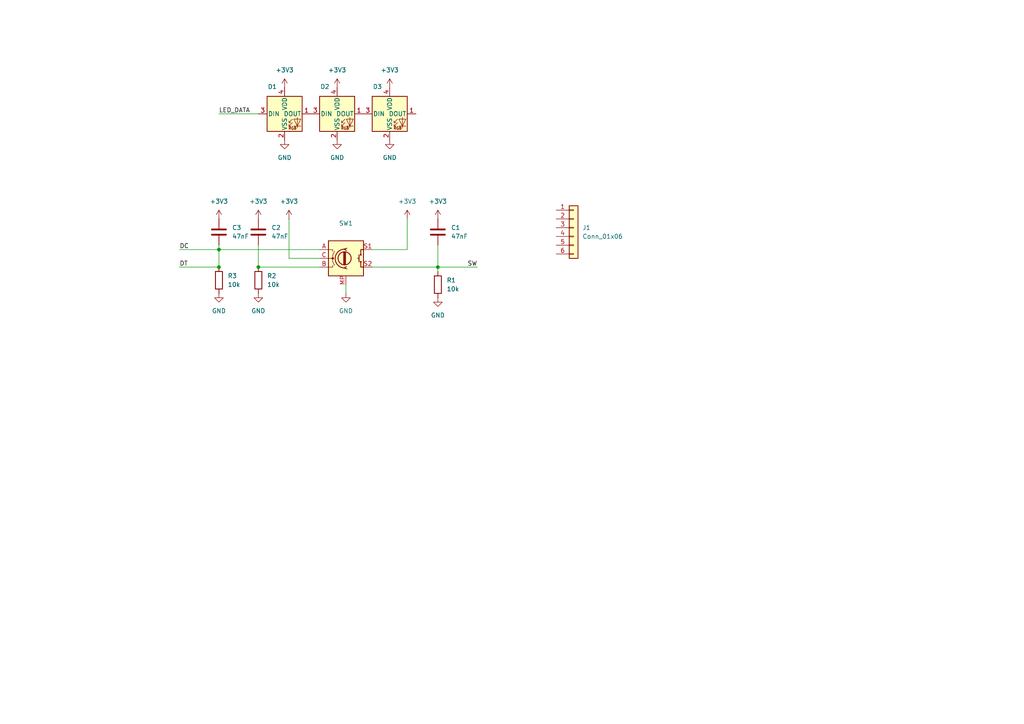
<source format=kicad_sch>
(kicad_sch
	(version 20231120)
	(generator "eeschema")
	(generator_version "8.0")
	(uuid "98bc4267-bceb-4b2b-bd66-8c5f3331895a")
	(paper "A4")
	(lib_symbols
		(symbol "Connector_Generic:Conn_01x06"
			(pin_names
				(offset 1.016) hide)
			(exclude_from_sim no)
			(in_bom yes)
			(on_board yes)
			(property "Reference" "J"
				(at 0 7.62 0)
				(effects
					(font
						(size 1.27 1.27)
					)
				)
			)
			(property "Value" "Conn_01x06"
				(at 0 -10.16 0)
				(effects
					(font
						(size 1.27 1.27)
					)
				)
			)
			(property "Footprint" ""
				(at 0 0 0)
				(effects
					(font
						(size 1.27 1.27)
					)
					(hide yes)
				)
			)
			(property "Datasheet" "~"
				(at 0 0 0)
				(effects
					(font
						(size 1.27 1.27)
					)
					(hide yes)
				)
			)
			(property "Description" "Generic connector, single row, 01x06, script generated (kicad-library-utils/schlib/autogen/connector/)"
				(at 0 0 0)
				(effects
					(font
						(size 1.27 1.27)
					)
					(hide yes)
				)
			)
			(property "ki_keywords" "connector"
				(at 0 0 0)
				(effects
					(font
						(size 1.27 1.27)
					)
					(hide yes)
				)
			)
			(property "ki_fp_filters" "Connector*:*_1x??_*"
				(at 0 0 0)
				(effects
					(font
						(size 1.27 1.27)
					)
					(hide yes)
				)
			)
			(symbol "Conn_01x06_1_1"
				(rectangle
					(start -1.27 -7.493)
					(end 0 -7.747)
					(stroke
						(width 0.1524)
						(type default)
					)
					(fill
						(type none)
					)
				)
				(rectangle
					(start -1.27 -4.953)
					(end 0 -5.207)
					(stroke
						(width 0.1524)
						(type default)
					)
					(fill
						(type none)
					)
				)
				(rectangle
					(start -1.27 -2.413)
					(end 0 -2.667)
					(stroke
						(width 0.1524)
						(type default)
					)
					(fill
						(type none)
					)
				)
				(rectangle
					(start -1.27 0.127)
					(end 0 -0.127)
					(stroke
						(width 0.1524)
						(type default)
					)
					(fill
						(type none)
					)
				)
				(rectangle
					(start -1.27 2.667)
					(end 0 2.413)
					(stroke
						(width 0.1524)
						(type default)
					)
					(fill
						(type none)
					)
				)
				(rectangle
					(start -1.27 5.207)
					(end 0 4.953)
					(stroke
						(width 0.1524)
						(type default)
					)
					(fill
						(type none)
					)
				)
				(rectangle
					(start -1.27 6.35)
					(end 1.27 -8.89)
					(stroke
						(width 0.254)
						(type default)
					)
					(fill
						(type background)
					)
				)
				(pin passive line
					(at -5.08 5.08 0)
					(length 3.81)
					(name "Pin_1"
						(effects
							(font
								(size 1.27 1.27)
							)
						)
					)
					(number "1"
						(effects
							(font
								(size 1.27 1.27)
							)
						)
					)
				)
				(pin passive line
					(at -5.08 2.54 0)
					(length 3.81)
					(name "Pin_2"
						(effects
							(font
								(size 1.27 1.27)
							)
						)
					)
					(number "2"
						(effects
							(font
								(size 1.27 1.27)
							)
						)
					)
				)
				(pin passive line
					(at -5.08 0 0)
					(length 3.81)
					(name "Pin_3"
						(effects
							(font
								(size 1.27 1.27)
							)
						)
					)
					(number "3"
						(effects
							(font
								(size 1.27 1.27)
							)
						)
					)
				)
				(pin passive line
					(at -5.08 -2.54 0)
					(length 3.81)
					(name "Pin_4"
						(effects
							(font
								(size 1.27 1.27)
							)
						)
					)
					(number "4"
						(effects
							(font
								(size 1.27 1.27)
							)
						)
					)
				)
				(pin passive line
					(at -5.08 -5.08 0)
					(length 3.81)
					(name "Pin_5"
						(effects
							(font
								(size 1.27 1.27)
							)
						)
					)
					(number "5"
						(effects
							(font
								(size 1.27 1.27)
							)
						)
					)
				)
				(pin passive line
					(at -5.08 -7.62 0)
					(length 3.81)
					(name "Pin_6"
						(effects
							(font
								(size 1.27 1.27)
							)
						)
					)
					(number "6"
						(effects
							(font
								(size 1.27 1.27)
							)
						)
					)
				)
			)
		)
		(symbol "Device:C"
			(pin_numbers hide)
			(pin_names
				(offset 0.254)
			)
			(exclude_from_sim no)
			(in_bom yes)
			(on_board yes)
			(property "Reference" "C"
				(at 0.635 2.54 0)
				(effects
					(font
						(size 1.27 1.27)
					)
					(justify left)
				)
			)
			(property "Value" "C"
				(at 0.635 -2.54 0)
				(effects
					(font
						(size 1.27 1.27)
					)
					(justify left)
				)
			)
			(property "Footprint" ""
				(at 0.9652 -3.81 0)
				(effects
					(font
						(size 1.27 1.27)
					)
					(hide yes)
				)
			)
			(property "Datasheet" "~"
				(at 0 0 0)
				(effects
					(font
						(size 1.27 1.27)
					)
					(hide yes)
				)
			)
			(property "Description" "Unpolarized capacitor"
				(at 0 0 0)
				(effects
					(font
						(size 1.27 1.27)
					)
					(hide yes)
				)
			)
			(property "ki_keywords" "cap capacitor"
				(at 0 0 0)
				(effects
					(font
						(size 1.27 1.27)
					)
					(hide yes)
				)
			)
			(property "ki_fp_filters" "C_*"
				(at 0 0 0)
				(effects
					(font
						(size 1.27 1.27)
					)
					(hide yes)
				)
			)
			(symbol "C_0_1"
				(polyline
					(pts
						(xy -2.032 -0.762) (xy 2.032 -0.762)
					)
					(stroke
						(width 0.508)
						(type default)
					)
					(fill
						(type none)
					)
				)
				(polyline
					(pts
						(xy -2.032 0.762) (xy 2.032 0.762)
					)
					(stroke
						(width 0.508)
						(type default)
					)
					(fill
						(type none)
					)
				)
			)
			(symbol "C_1_1"
				(pin passive line
					(at 0 3.81 270)
					(length 2.794)
					(name "~"
						(effects
							(font
								(size 1.27 1.27)
							)
						)
					)
					(number "1"
						(effects
							(font
								(size 1.27 1.27)
							)
						)
					)
				)
				(pin passive line
					(at 0 -3.81 90)
					(length 2.794)
					(name "~"
						(effects
							(font
								(size 1.27 1.27)
							)
						)
					)
					(number "2"
						(effects
							(font
								(size 1.27 1.27)
							)
						)
					)
				)
			)
		)
		(symbol "Device:R"
			(pin_numbers hide)
			(pin_names
				(offset 0)
			)
			(exclude_from_sim no)
			(in_bom yes)
			(on_board yes)
			(property "Reference" "R"
				(at 2.032 0 90)
				(effects
					(font
						(size 1.27 1.27)
					)
				)
			)
			(property "Value" "R"
				(at 0 0 90)
				(effects
					(font
						(size 1.27 1.27)
					)
				)
			)
			(property "Footprint" ""
				(at -1.778 0 90)
				(effects
					(font
						(size 1.27 1.27)
					)
					(hide yes)
				)
			)
			(property "Datasheet" "~"
				(at 0 0 0)
				(effects
					(font
						(size 1.27 1.27)
					)
					(hide yes)
				)
			)
			(property "Description" "Resistor"
				(at 0 0 0)
				(effects
					(font
						(size 1.27 1.27)
					)
					(hide yes)
				)
			)
			(property "ki_keywords" "R res resistor"
				(at 0 0 0)
				(effects
					(font
						(size 1.27 1.27)
					)
					(hide yes)
				)
			)
			(property "ki_fp_filters" "R_*"
				(at 0 0 0)
				(effects
					(font
						(size 1.27 1.27)
					)
					(hide yes)
				)
			)
			(symbol "R_0_1"
				(rectangle
					(start -1.016 -2.54)
					(end 1.016 2.54)
					(stroke
						(width 0.254)
						(type default)
					)
					(fill
						(type none)
					)
				)
			)
			(symbol "R_1_1"
				(pin passive line
					(at 0 3.81 270)
					(length 1.27)
					(name "~"
						(effects
							(font
								(size 1.27 1.27)
							)
						)
					)
					(number "1"
						(effects
							(font
								(size 1.27 1.27)
							)
						)
					)
				)
				(pin passive line
					(at 0 -3.81 90)
					(length 1.27)
					(name "~"
						(effects
							(font
								(size 1.27 1.27)
							)
						)
					)
					(number "2"
						(effects
							(font
								(size 1.27 1.27)
							)
						)
					)
				)
			)
		)
		(symbol "Device:RotaryEncoder_Switch_MP"
			(pin_names
				(offset 0.254) hide)
			(exclude_from_sim no)
			(in_bom yes)
			(on_board yes)
			(property "Reference" "SW"
				(at 0 8.89 0)
				(effects
					(font
						(size 1.27 1.27)
					)
				)
			)
			(property "Value" "RotaryEncoder_Switch_MP"
				(at 0 6.35 0)
				(effects
					(font
						(size 1.27 1.27)
					)
				)
			)
			(property "Footprint" ""
				(at -3.81 4.064 0)
				(effects
					(font
						(size 1.27 1.27)
					)
					(hide yes)
				)
			)
			(property "Datasheet" "~"
				(at 0 -12.7 0)
				(effects
					(font
						(size 1.27 1.27)
					)
					(hide yes)
				)
			)
			(property "Description" "Rotary encoder, dual channel, incremental quadrate outputs, with switch and MP Pin"
				(at 0 -15.24 0)
				(effects
					(font
						(size 1.27 1.27)
					)
					(hide yes)
				)
			)
			(property "ki_keywords" "rotary switch encoder switch push button"
				(at 0 0 0)
				(effects
					(font
						(size 1.27 1.27)
					)
					(hide yes)
				)
			)
			(property "ki_fp_filters" "RotaryEncoder*Switch*"
				(at 0 0 0)
				(effects
					(font
						(size 1.27 1.27)
					)
					(hide yes)
				)
			)
			(symbol "RotaryEncoder_Switch_MP_0_1"
				(rectangle
					(start -5.08 5.08)
					(end 5.08 -5.08)
					(stroke
						(width 0.254)
						(type default)
					)
					(fill
						(type background)
					)
				)
				(circle
					(center -3.81 0)
					(radius 0.254)
					(stroke
						(width 0)
						(type default)
					)
					(fill
						(type outline)
					)
				)
				(circle
					(center -0.381 0)
					(radius 1.905)
					(stroke
						(width 0.254)
						(type default)
					)
					(fill
						(type none)
					)
				)
				(arc
					(start -0.381 2.667)
					(mid -3.0988 -0.0635)
					(end -0.381 -2.794)
					(stroke
						(width 0.254)
						(type default)
					)
					(fill
						(type none)
					)
				)
				(polyline
					(pts
						(xy -0.635 -1.778) (xy -0.635 1.778)
					)
					(stroke
						(width 0.254)
						(type default)
					)
					(fill
						(type none)
					)
				)
				(polyline
					(pts
						(xy -0.381 -1.778) (xy -0.381 1.778)
					)
					(stroke
						(width 0.254)
						(type default)
					)
					(fill
						(type none)
					)
				)
				(polyline
					(pts
						(xy -0.127 1.778) (xy -0.127 -1.778)
					)
					(stroke
						(width 0.254)
						(type default)
					)
					(fill
						(type none)
					)
				)
				(polyline
					(pts
						(xy 3.81 0) (xy 3.429 0)
					)
					(stroke
						(width 0.254)
						(type default)
					)
					(fill
						(type none)
					)
				)
				(polyline
					(pts
						(xy 3.81 1.016) (xy 3.81 -1.016)
					)
					(stroke
						(width 0.254)
						(type default)
					)
					(fill
						(type none)
					)
				)
				(polyline
					(pts
						(xy -5.08 -2.54) (xy -3.81 -2.54) (xy -3.81 -2.032)
					)
					(stroke
						(width 0)
						(type default)
					)
					(fill
						(type none)
					)
				)
				(polyline
					(pts
						(xy -5.08 2.54) (xy -3.81 2.54) (xy -3.81 2.032)
					)
					(stroke
						(width 0)
						(type default)
					)
					(fill
						(type none)
					)
				)
				(polyline
					(pts
						(xy 0.254 -3.048) (xy -0.508 -2.794) (xy 0.127 -2.413)
					)
					(stroke
						(width 0.254)
						(type default)
					)
					(fill
						(type none)
					)
				)
				(polyline
					(pts
						(xy 0.254 2.921) (xy -0.508 2.667) (xy 0.127 2.286)
					)
					(stroke
						(width 0.254)
						(type default)
					)
					(fill
						(type none)
					)
				)
				(polyline
					(pts
						(xy 5.08 -2.54) (xy 4.318 -2.54) (xy 4.318 -1.016)
					)
					(stroke
						(width 0.254)
						(type default)
					)
					(fill
						(type none)
					)
				)
				(polyline
					(pts
						(xy 5.08 2.54) (xy 4.318 2.54) (xy 4.318 1.016)
					)
					(stroke
						(width 0.254)
						(type default)
					)
					(fill
						(type none)
					)
				)
				(polyline
					(pts
						(xy -5.08 0) (xy -3.81 0) (xy -3.81 -1.016) (xy -3.302 -2.032)
					)
					(stroke
						(width 0)
						(type default)
					)
					(fill
						(type none)
					)
				)
				(polyline
					(pts
						(xy -4.318 0) (xy -3.81 0) (xy -3.81 1.016) (xy -3.302 2.032)
					)
					(stroke
						(width 0)
						(type default)
					)
					(fill
						(type none)
					)
				)
				(circle
					(center 4.318 -1.016)
					(radius 0.127)
					(stroke
						(width 0.254)
						(type default)
					)
					(fill
						(type none)
					)
				)
				(circle
					(center 4.318 1.016)
					(radius 0.127)
					(stroke
						(width 0.254)
						(type default)
					)
					(fill
						(type none)
					)
				)
			)
			(symbol "RotaryEncoder_Switch_MP_1_1"
				(pin passive line
					(at -7.62 2.54 0)
					(length 2.54)
					(name "A"
						(effects
							(font
								(size 1.27 1.27)
							)
						)
					)
					(number "A"
						(effects
							(font
								(size 1.27 1.27)
							)
						)
					)
				)
				(pin passive line
					(at -7.62 -2.54 0)
					(length 2.54)
					(name "B"
						(effects
							(font
								(size 1.27 1.27)
							)
						)
					)
					(number "B"
						(effects
							(font
								(size 1.27 1.27)
							)
						)
					)
				)
				(pin passive line
					(at -7.62 0 0)
					(length 2.54)
					(name "C"
						(effects
							(font
								(size 1.27 1.27)
							)
						)
					)
					(number "C"
						(effects
							(font
								(size 1.27 1.27)
							)
						)
					)
				)
				(pin passive line
					(at 0 -7.62 90)
					(length 2.54)
					(name "MP"
						(effects
							(font
								(size 1.27 1.27)
							)
						)
					)
					(number "MP"
						(effects
							(font
								(size 1.27 1.27)
							)
						)
					)
				)
				(pin passive line
					(at 7.62 2.54 180)
					(length 2.54)
					(name "S1"
						(effects
							(font
								(size 1.27 1.27)
							)
						)
					)
					(number "S1"
						(effects
							(font
								(size 1.27 1.27)
							)
						)
					)
				)
				(pin passive line
					(at 7.62 -2.54 180)
					(length 2.54)
					(name "S2"
						(effects
							(font
								(size 1.27 1.27)
							)
						)
					)
					(number "S2"
						(effects
							(font
								(size 1.27 1.27)
							)
						)
					)
				)
			)
		)
		(symbol "LED:WS2812B-2020"
			(pin_names
				(offset 0.254)
			)
			(exclude_from_sim no)
			(in_bom yes)
			(on_board yes)
			(property "Reference" "D"
				(at 5.08 5.715 0)
				(effects
					(font
						(size 1.27 1.27)
					)
					(justify right bottom)
				)
			)
			(property "Value" "WS2812B-2020"
				(at 1.27 -5.715 0)
				(effects
					(font
						(size 1.27 1.27)
					)
					(justify left top)
				)
			)
			(property "Footprint" "LED_SMD:LED_WS2812B-2020_PLCC4_2.0x2.0mm"
				(at 1.27 -7.62 0)
				(effects
					(font
						(size 1.27 1.27)
					)
					(justify left top)
					(hide yes)
				)
			)
			(property "Datasheet" "https://cdn-shop.adafruit.com/product-files/4684/4684_WS2812B-2020_V1.3_EN.pdf"
				(at 2.54 -9.525 0)
				(effects
					(font
						(size 1.27 1.27)
					)
					(justify left top)
					(hide yes)
				)
			)
			(property "Description" "RGB LED with integrated controller, 2.0 x 2.0 mm, 12 mA"
				(at 0 0 0)
				(effects
					(font
						(size 1.27 1.27)
					)
					(hide yes)
				)
			)
			(property "ki_keywords" "RGB LED NeoPixel Nano addressable"
				(at 0 0 0)
				(effects
					(font
						(size 1.27 1.27)
					)
					(hide yes)
				)
			)
			(property "ki_fp_filters" "LED*WS2812*-2020_PLCC4*"
				(at 0 0 0)
				(effects
					(font
						(size 1.27 1.27)
					)
					(hide yes)
				)
			)
			(symbol "WS2812B-2020_0_0"
				(text "RGB"
					(at 2.286 -4.191 0)
					(effects
						(font
							(size 0.762 0.762)
						)
					)
				)
			)
			(symbol "WS2812B-2020_0_1"
				(polyline
					(pts
						(xy 1.27 -3.556) (xy 1.778 -3.556)
					)
					(stroke
						(width 0)
						(type default)
					)
					(fill
						(type none)
					)
				)
				(polyline
					(pts
						(xy 1.27 -2.54) (xy 1.778 -2.54)
					)
					(stroke
						(width 0)
						(type default)
					)
					(fill
						(type none)
					)
				)
				(polyline
					(pts
						(xy 4.699 -3.556) (xy 2.667 -3.556)
					)
					(stroke
						(width 0)
						(type default)
					)
					(fill
						(type none)
					)
				)
				(polyline
					(pts
						(xy 2.286 -2.54) (xy 1.27 -3.556) (xy 1.27 -3.048)
					)
					(stroke
						(width 0)
						(type default)
					)
					(fill
						(type none)
					)
				)
				(polyline
					(pts
						(xy 2.286 -1.524) (xy 1.27 -2.54) (xy 1.27 -2.032)
					)
					(stroke
						(width 0)
						(type default)
					)
					(fill
						(type none)
					)
				)
				(polyline
					(pts
						(xy 3.683 -1.016) (xy 3.683 -3.556) (xy 3.683 -4.064)
					)
					(stroke
						(width 0)
						(type default)
					)
					(fill
						(type none)
					)
				)
				(polyline
					(pts
						(xy 4.699 -1.524) (xy 2.667 -1.524) (xy 3.683 -3.556) (xy 4.699 -1.524)
					)
					(stroke
						(width 0)
						(type default)
					)
					(fill
						(type none)
					)
				)
				(rectangle
					(start 5.08 5.08)
					(end -5.08 -5.08)
					(stroke
						(width 0.254)
						(type default)
					)
					(fill
						(type background)
					)
				)
			)
			(symbol "WS2812B-2020_1_1"
				(pin output line
					(at 7.62 0 180)
					(length 2.54)
					(name "DOUT"
						(effects
							(font
								(size 1.27 1.27)
							)
						)
					)
					(number "1"
						(effects
							(font
								(size 1.27 1.27)
							)
						)
					)
				)
				(pin power_in line
					(at 0 -7.62 90)
					(length 2.54)
					(name "VSS"
						(effects
							(font
								(size 1.27 1.27)
							)
						)
					)
					(number "2"
						(effects
							(font
								(size 1.27 1.27)
							)
						)
					)
				)
				(pin input line
					(at -7.62 0 0)
					(length 2.54)
					(name "DIN"
						(effects
							(font
								(size 1.27 1.27)
							)
						)
					)
					(number "3"
						(effects
							(font
								(size 1.27 1.27)
							)
						)
					)
				)
				(pin power_in line
					(at 0 7.62 270)
					(length 2.54)
					(name "VDD"
						(effects
							(font
								(size 1.27 1.27)
							)
						)
					)
					(number "4"
						(effects
							(font
								(size 1.27 1.27)
							)
						)
					)
				)
			)
		)
		(symbol "power:+3V3"
			(power)
			(pin_numbers hide)
			(pin_names
				(offset 0) hide)
			(exclude_from_sim no)
			(in_bom yes)
			(on_board yes)
			(property "Reference" "#PWR"
				(at 0 -3.81 0)
				(effects
					(font
						(size 1.27 1.27)
					)
					(hide yes)
				)
			)
			(property "Value" "+3V3"
				(at 0 3.556 0)
				(effects
					(font
						(size 1.27 1.27)
					)
				)
			)
			(property "Footprint" ""
				(at 0 0 0)
				(effects
					(font
						(size 1.27 1.27)
					)
					(hide yes)
				)
			)
			(property "Datasheet" ""
				(at 0 0 0)
				(effects
					(font
						(size 1.27 1.27)
					)
					(hide yes)
				)
			)
			(property "Description" "Power symbol creates a global label with name \"+3V3\""
				(at 0 0 0)
				(effects
					(font
						(size 1.27 1.27)
					)
					(hide yes)
				)
			)
			(property "ki_keywords" "global power"
				(at 0 0 0)
				(effects
					(font
						(size 1.27 1.27)
					)
					(hide yes)
				)
			)
			(symbol "+3V3_0_1"
				(polyline
					(pts
						(xy -0.762 1.27) (xy 0 2.54)
					)
					(stroke
						(width 0)
						(type default)
					)
					(fill
						(type none)
					)
				)
				(polyline
					(pts
						(xy 0 0) (xy 0 2.54)
					)
					(stroke
						(width 0)
						(type default)
					)
					(fill
						(type none)
					)
				)
				(polyline
					(pts
						(xy 0 2.54) (xy 0.762 1.27)
					)
					(stroke
						(width 0)
						(type default)
					)
					(fill
						(type none)
					)
				)
			)
			(symbol "+3V3_1_1"
				(pin power_in line
					(at 0 0 90)
					(length 0)
					(name "~"
						(effects
							(font
								(size 1.27 1.27)
							)
						)
					)
					(number "1"
						(effects
							(font
								(size 1.27 1.27)
							)
						)
					)
				)
			)
		)
		(symbol "power:GND"
			(power)
			(pin_numbers hide)
			(pin_names
				(offset 0) hide)
			(exclude_from_sim no)
			(in_bom yes)
			(on_board yes)
			(property "Reference" "#PWR"
				(at 0 -6.35 0)
				(effects
					(font
						(size 1.27 1.27)
					)
					(hide yes)
				)
			)
			(property "Value" "GND"
				(at 0 -3.81 0)
				(effects
					(font
						(size 1.27 1.27)
					)
				)
			)
			(property "Footprint" ""
				(at 0 0 0)
				(effects
					(font
						(size 1.27 1.27)
					)
					(hide yes)
				)
			)
			(property "Datasheet" ""
				(at 0 0 0)
				(effects
					(font
						(size 1.27 1.27)
					)
					(hide yes)
				)
			)
			(property "Description" "Power symbol creates a global label with name \"GND\" , ground"
				(at 0 0 0)
				(effects
					(font
						(size 1.27 1.27)
					)
					(hide yes)
				)
			)
			(property "ki_keywords" "global power"
				(at 0 0 0)
				(effects
					(font
						(size 1.27 1.27)
					)
					(hide yes)
				)
			)
			(symbol "GND_0_1"
				(polyline
					(pts
						(xy 0 0) (xy 0 -1.27) (xy 1.27 -1.27) (xy 0 -2.54) (xy -1.27 -1.27) (xy 0 -1.27)
					)
					(stroke
						(width 0)
						(type default)
					)
					(fill
						(type none)
					)
				)
			)
			(symbol "GND_1_1"
				(pin power_in line
					(at 0 0 270)
					(length 0)
					(name "~"
						(effects
							(font
								(size 1.27 1.27)
							)
						)
					)
					(number "1"
						(effects
							(font
								(size 1.27 1.27)
							)
						)
					)
				)
			)
		)
	)
	(junction
		(at 63.5 77.47)
		(diameter 0)
		(color 0 0 0 0)
		(uuid "5a6c6af5-3e73-49df-abf5-becf31df3724")
	)
	(junction
		(at 127 77.47)
		(diameter 0)
		(color 0 0 0 0)
		(uuid "a3f324ae-5735-49a7-a5a3-0aa2916d2302")
	)
	(junction
		(at 63.5 72.39)
		(diameter 0)
		(color 0 0 0 0)
		(uuid "a89db999-d877-454e-881d-d4b71100dfc4")
	)
	(junction
		(at 74.93 77.47)
		(diameter 0)
		(color 0 0 0 0)
		(uuid "b1d7dcde-a931-4250-9e1e-15d3429e11e1")
	)
	(wire
		(pts
			(xy 138.43 77.47) (xy 127 77.47)
		)
		(stroke
			(width 0)
			(type default)
		)
		(uuid "1ae35aae-6aad-4978-9198-ccb8cbe905a3")
	)
	(wire
		(pts
			(xy 92.71 72.39) (xy 63.5 72.39)
		)
		(stroke
			(width 0)
			(type default)
		)
		(uuid "1cc3a716-27f9-45fb-9072-22fd37dea3a2")
	)
	(wire
		(pts
			(xy 74.93 77.47) (xy 74.93 71.12)
		)
		(stroke
			(width 0)
			(type default)
		)
		(uuid "2760b704-3026-45da-aec0-bcf0f69f982b")
	)
	(wire
		(pts
			(xy 63.5 72.39) (xy 63.5 77.47)
		)
		(stroke
			(width 0)
			(type default)
		)
		(uuid "2985e9db-9ae5-46e3-abc1-bb9ebb7df4bf")
	)
	(wire
		(pts
			(xy 92.71 77.47) (xy 74.93 77.47)
		)
		(stroke
			(width 0)
			(type default)
		)
		(uuid "424945c2-d9c4-455c-8f34-82ed8e93e031")
	)
	(wire
		(pts
			(xy 100.33 82.55) (xy 100.33 85.09)
		)
		(stroke
			(width 0)
			(type default)
		)
		(uuid "4b124974-7c6d-4b33-8d68-39c238188677")
	)
	(wire
		(pts
			(xy 118.11 72.39) (xy 118.11 63.5)
		)
		(stroke
			(width 0)
			(type default)
		)
		(uuid "5e385d65-6768-424e-841d-baef0618edcb")
	)
	(wire
		(pts
			(xy 92.71 74.93) (xy 83.82 74.93)
		)
		(stroke
			(width 0)
			(type default)
		)
		(uuid "6189f43b-8203-4da0-ba70-87c49d853a69")
	)
	(wire
		(pts
			(xy 127 77.47) (xy 127 78.74)
		)
		(stroke
			(width 0)
			(type default)
		)
		(uuid "794aa4a7-c73b-496d-a55d-a6ecf38cd962")
	)
	(wire
		(pts
			(xy 107.95 72.39) (xy 118.11 72.39)
		)
		(stroke
			(width 0)
			(type default)
		)
		(uuid "84143e06-9531-4adb-8995-eebc9c1f0480")
	)
	(wire
		(pts
			(xy 63.5 72.39) (xy 63.5 71.12)
		)
		(stroke
			(width 0)
			(type default)
		)
		(uuid "8d650817-9c1f-4f10-a3b8-b2e74e79cdce")
	)
	(wire
		(pts
			(xy 107.95 77.47) (xy 127 77.47)
		)
		(stroke
			(width 0)
			(type default)
		)
		(uuid "8e02d5b3-fcef-4c5b-9796-f33ab74600f9")
	)
	(wire
		(pts
			(xy 63.5 33.02) (xy 74.93 33.02)
		)
		(stroke
			(width 0)
			(type default)
		)
		(uuid "927acb29-b0c8-439c-a251-5bc494db50bf")
	)
	(wire
		(pts
			(xy 52.07 72.39) (xy 63.5 72.39)
		)
		(stroke
			(width 0)
			(type default)
		)
		(uuid "9b259ede-f999-4ba6-a426-02bd30ff0b0a")
	)
	(wire
		(pts
			(xy 127 77.47) (xy 127 71.12)
		)
		(stroke
			(width 0)
			(type default)
		)
		(uuid "c3505f67-dcde-4450-abba-d7a338f963e4")
	)
	(wire
		(pts
			(xy 52.07 77.47) (xy 63.5 77.47)
		)
		(stroke
			(width 0)
			(type default)
		)
		(uuid "e5d32f40-62fd-49b8-8ccc-8c91a69634a1")
	)
	(wire
		(pts
			(xy 83.82 74.93) (xy 83.82 63.5)
		)
		(stroke
			(width 0)
			(type default)
		)
		(uuid "f2e3cf18-ef25-42b4-98a2-7f9dfb1eba3b")
	)
	(label "DC"
		(at 52.07 72.39 0)
		(fields_autoplaced yes)
		(effects
			(font
				(size 1.27 1.27)
			)
			(justify left bottom)
		)
		(uuid "03cc599e-dce5-43ac-b0b5-435f7050df08")
	)
	(label "DT"
		(at 52.07 77.47 0)
		(fields_autoplaced yes)
		(effects
			(font
				(size 1.27 1.27)
			)
			(justify left bottom)
		)
		(uuid "0ea31696-2792-423a-9713-afa42b3ba8ae")
	)
	(label "SW"
		(at 138.43 77.47 180)
		(fields_autoplaced yes)
		(effects
			(font
				(size 1.27 1.27)
			)
			(justify right bottom)
		)
		(uuid "8e1897b0-223b-40f9-bbb2-2fdb3f9cd887")
	)
	(label "LED_DATA"
		(at 63.5 33.02 0)
		(fields_autoplaced yes)
		(effects
			(font
				(size 1.27 1.27)
			)
			(justify left bottom)
		)
		(uuid "c1e64f09-d388-4e41-9cc1-1e5e37c81540")
	)
	(symbol
		(lib_id "Device:C")
		(at 74.93 67.31 0)
		(unit 1)
		(exclude_from_sim no)
		(in_bom yes)
		(on_board yes)
		(dnp no)
		(fields_autoplaced yes)
		(uuid "00c8e64d-14ef-40c2-8ddd-19aea97b1fa9")
		(property "Reference" "C2"
			(at 78.74 66.0399 0)
			(effects
				(font
					(size 1.27 1.27)
				)
				(justify left)
			)
		)
		(property "Value" "47nF"
			(at 78.74 68.5799 0)
			(effects
				(font
					(size 1.27 1.27)
				)
				(justify left)
			)
		)
		(property "Footprint" "Capacitor_SMD:C_0603_1608Metric_Pad1.08x0.95mm_HandSolder"
			(at 75.8952 71.12 0)
			(effects
				(font
					(size 1.27 1.27)
				)
				(hide yes)
			)
		)
		(property "Datasheet" "~"
			(at 74.93 67.31 0)
			(effects
				(font
					(size 1.27 1.27)
				)
				(hide yes)
			)
		)
		(property "Description" "Unpolarized capacitor"
			(at 74.93 67.31 0)
			(effects
				(font
					(size 1.27 1.27)
				)
				(hide yes)
			)
		)
		(pin "1"
			(uuid "9554e6a7-ac58-4343-8f46-286945407884")
		)
		(pin "2"
			(uuid "56014cfc-dbf0-4814-a0db-45749346a0b4")
		)
		(instances
			(project "kyb_termostat"
				(path "/98bc4267-bceb-4b2b-bd66-8c5f3331895a"
					(reference "C2")
					(unit 1)
				)
			)
		)
	)
	(symbol
		(lib_id "Device:R")
		(at 74.93 81.28 0)
		(unit 1)
		(exclude_from_sim no)
		(in_bom yes)
		(on_board yes)
		(dnp no)
		(fields_autoplaced yes)
		(uuid "09253f93-3b48-4857-9403-9b7e0089ba4b")
		(property "Reference" "R2"
			(at 77.47 80.0099 0)
			(effects
				(font
					(size 1.27 1.27)
				)
				(justify left)
			)
		)
		(property "Value" "10k"
			(at 77.47 82.5499 0)
			(effects
				(font
					(size 1.27 1.27)
				)
				(justify left)
			)
		)
		(property "Footprint" "Resistor_SMD:R_0603_1608Metric_Pad0.98x0.95mm_HandSolder"
			(at 73.152 81.28 90)
			(effects
				(font
					(size 1.27 1.27)
				)
				(hide yes)
			)
		)
		(property "Datasheet" "~"
			(at 74.93 81.28 0)
			(effects
				(font
					(size 1.27 1.27)
				)
				(hide yes)
			)
		)
		(property "Description" "Resistor"
			(at 74.93 81.28 0)
			(effects
				(font
					(size 1.27 1.27)
				)
				(hide yes)
			)
		)
		(pin "2"
			(uuid "dea5e292-058d-425e-bafb-f83df9031240")
		)
		(pin "1"
			(uuid "d8eeefbd-d4f7-4e4d-a87a-c1d491f14b9a")
		)
		(instances
			(project "kyb_termostat"
				(path "/98bc4267-bceb-4b2b-bd66-8c5f3331895a"
					(reference "R2")
					(unit 1)
				)
			)
		)
	)
	(symbol
		(lib_id "Device:R")
		(at 63.5 81.28 0)
		(unit 1)
		(exclude_from_sim no)
		(in_bom yes)
		(on_board yes)
		(dnp no)
		(fields_autoplaced yes)
		(uuid "18f4a0de-27ff-4d62-ae81-dda7d14c344e")
		(property "Reference" "R3"
			(at 66.04 80.0099 0)
			(effects
				(font
					(size 1.27 1.27)
				)
				(justify left)
			)
		)
		(property "Value" "10k"
			(at 66.04 82.5499 0)
			(effects
				(font
					(size 1.27 1.27)
				)
				(justify left)
			)
		)
		(property "Footprint" "Resistor_SMD:R_0603_1608Metric_Pad0.98x0.95mm_HandSolder"
			(at 61.722 81.28 90)
			(effects
				(font
					(size 1.27 1.27)
				)
				(hide yes)
			)
		)
		(property "Datasheet" "~"
			(at 63.5 81.28 0)
			(effects
				(font
					(size 1.27 1.27)
				)
				(hide yes)
			)
		)
		(property "Description" "Resistor"
			(at 63.5 81.28 0)
			(effects
				(font
					(size 1.27 1.27)
				)
				(hide yes)
			)
		)
		(pin "2"
			(uuid "71c322e1-889e-4832-a353-eba5da0d3223")
		)
		(pin "1"
			(uuid "4a4b515e-9758-400d-b53c-4ba477ab2fc0")
		)
		(instances
			(project "kyb_termostat"
				(path "/98bc4267-bceb-4b2b-bd66-8c5f3331895a"
					(reference "R3")
					(unit 1)
				)
			)
		)
	)
	(symbol
		(lib_id "power:+3V3")
		(at 127 63.5 0)
		(unit 1)
		(exclude_from_sim no)
		(in_bom yes)
		(on_board yes)
		(dnp no)
		(fields_autoplaced yes)
		(uuid "2597cc27-cf82-4b47-8777-331734d92430")
		(property "Reference" "#PWR09"
			(at 127 67.31 0)
			(effects
				(font
					(size 1.27 1.27)
				)
				(hide yes)
			)
		)
		(property "Value" "+3V3"
			(at 127 58.42 0)
			(effects
				(font
					(size 1.27 1.27)
				)
			)
		)
		(property "Footprint" ""
			(at 127 63.5 0)
			(effects
				(font
					(size 1.27 1.27)
				)
				(hide yes)
			)
		)
		(property "Datasheet" ""
			(at 127 63.5 0)
			(effects
				(font
					(size 1.27 1.27)
				)
				(hide yes)
			)
		)
		(property "Description" "Power symbol creates a global label with name \"+3V3\""
			(at 127 63.5 0)
			(effects
				(font
					(size 1.27 1.27)
				)
				(hide yes)
			)
		)
		(pin "1"
			(uuid "907c868e-b261-4e7d-8af9-2a620258c247")
		)
		(instances
			(project "kyb_termostat"
				(path "/98bc4267-bceb-4b2b-bd66-8c5f3331895a"
					(reference "#PWR09")
					(unit 1)
				)
			)
		)
	)
	(symbol
		(lib_id "power:+3V3")
		(at 82.55 25.4 0)
		(unit 1)
		(exclude_from_sim no)
		(in_bom yes)
		(on_board yes)
		(dnp no)
		(fields_autoplaced yes)
		(uuid "2dbd50cd-eed4-4a74-9768-61a519f591ff")
		(property "Reference" "#PWR04"
			(at 82.55 29.21 0)
			(effects
				(font
					(size 1.27 1.27)
				)
				(hide yes)
			)
		)
		(property "Value" "+3V3"
			(at 82.55 20.32 0)
			(effects
				(font
					(size 1.27 1.27)
				)
			)
		)
		(property "Footprint" ""
			(at 82.55 25.4 0)
			(effects
				(font
					(size 1.27 1.27)
				)
				(hide yes)
			)
		)
		(property "Datasheet" ""
			(at 82.55 25.4 0)
			(effects
				(font
					(size 1.27 1.27)
				)
				(hide yes)
			)
		)
		(property "Description" "Power symbol creates a global label with name \"+3V3\""
			(at 82.55 25.4 0)
			(effects
				(font
					(size 1.27 1.27)
				)
				(hide yes)
			)
		)
		(pin "1"
			(uuid "2d3c8420-cc7f-491e-a230-d9f538f90d90")
		)
		(instances
			(project ""
				(path "/98bc4267-bceb-4b2b-bd66-8c5f3331895a"
					(reference "#PWR04")
					(unit 1)
				)
			)
		)
	)
	(symbol
		(lib_id "power:+3V3")
		(at 113.03 25.4 0)
		(unit 1)
		(exclude_from_sim no)
		(in_bom yes)
		(on_board yes)
		(dnp no)
		(fields_autoplaced yes)
		(uuid "2fd0ea1e-c71c-40fa-a235-ac71658333df")
		(property "Reference" "#PWR05"
			(at 113.03 29.21 0)
			(effects
				(font
					(size 1.27 1.27)
				)
				(hide yes)
			)
		)
		(property "Value" "+3V3"
			(at 113.03 20.32 0)
			(effects
				(font
					(size 1.27 1.27)
				)
			)
		)
		(property "Footprint" ""
			(at 113.03 25.4 0)
			(effects
				(font
					(size 1.27 1.27)
				)
				(hide yes)
			)
		)
		(property "Datasheet" ""
			(at 113.03 25.4 0)
			(effects
				(font
					(size 1.27 1.27)
				)
				(hide yes)
			)
		)
		(property "Description" "Power symbol creates a global label with name \"+3V3\""
			(at 113.03 25.4 0)
			(effects
				(font
					(size 1.27 1.27)
				)
				(hide yes)
			)
		)
		(pin "1"
			(uuid "ff03643e-a257-461c-8fcb-334235263807")
		)
		(instances
			(project "kyb_termostat"
				(path "/98bc4267-bceb-4b2b-bd66-8c5f3331895a"
					(reference "#PWR05")
					(unit 1)
				)
			)
		)
	)
	(symbol
		(lib_id "power:+3V3")
		(at 97.79 25.4 0)
		(unit 1)
		(exclude_from_sim no)
		(in_bom yes)
		(on_board yes)
		(dnp no)
		(fields_autoplaced yes)
		(uuid "3674a38b-d633-4172-ae7c-a5606117b361")
		(property "Reference" "#PWR06"
			(at 97.79 29.21 0)
			(effects
				(font
					(size 1.27 1.27)
				)
				(hide yes)
			)
		)
		(property "Value" "+3V3"
			(at 97.79 20.32 0)
			(effects
				(font
					(size 1.27 1.27)
				)
			)
		)
		(property "Footprint" ""
			(at 97.79 25.4 0)
			(effects
				(font
					(size 1.27 1.27)
				)
				(hide yes)
			)
		)
		(property "Datasheet" ""
			(at 97.79 25.4 0)
			(effects
				(font
					(size 1.27 1.27)
				)
				(hide yes)
			)
		)
		(property "Description" "Power symbol creates a global label with name \"+3V3\""
			(at 97.79 25.4 0)
			(effects
				(font
					(size 1.27 1.27)
				)
				(hide yes)
			)
		)
		(pin "1"
			(uuid "879b9fd1-4179-4308-9614-53c5aa05fd8d")
		)
		(instances
			(project "kyb_termostat"
				(path "/98bc4267-bceb-4b2b-bd66-8c5f3331895a"
					(reference "#PWR06")
					(unit 1)
				)
			)
		)
	)
	(symbol
		(lib_id "power:GND")
		(at 100.33 85.09 0)
		(unit 1)
		(exclude_from_sim no)
		(in_bom yes)
		(on_board yes)
		(dnp no)
		(fields_autoplaced yes)
		(uuid "3a72a73b-5d46-48d2-8055-e5800b23a2e8")
		(property "Reference" "#PWR015"
			(at 100.33 91.44 0)
			(effects
				(font
					(size 1.27 1.27)
				)
				(hide yes)
			)
		)
		(property "Value" "GND"
			(at 100.33 90.17 0)
			(effects
				(font
					(size 1.27 1.27)
				)
			)
		)
		(property "Footprint" ""
			(at 100.33 85.09 0)
			(effects
				(font
					(size 1.27 1.27)
				)
				(hide yes)
			)
		)
		(property "Datasheet" ""
			(at 100.33 85.09 0)
			(effects
				(font
					(size 1.27 1.27)
				)
				(hide yes)
			)
		)
		(property "Description" "Power symbol creates a global label with name \"GND\" , ground"
			(at 100.33 85.09 0)
			(effects
				(font
					(size 1.27 1.27)
				)
				(hide yes)
			)
		)
		(pin "1"
			(uuid "916f886f-78ad-4831-939d-720d0dfd63b1")
		)
		(instances
			(project "kyb_termostat"
				(path "/98bc4267-bceb-4b2b-bd66-8c5f3331895a"
					(reference "#PWR015")
					(unit 1)
				)
			)
		)
	)
	(symbol
		(lib_id "power:GND")
		(at 127 86.36 0)
		(unit 1)
		(exclude_from_sim no)
		(in_bom yes)
		(on_board yes)
		(dnp no)
		(fields_autoplaced yes)
		(uuid "3e6220bd-6d65-4476-9ab2-c46049f7aeff")
		(property "Reference" "#PWR010"
			(at 127 92.71 0)
			(effects
				(font
					(size 1.27 1.27)
				)
				(hide yes)
			)
		)
		(property "Value" "GND"
			(at 127 91.44 0)
			(effects
				(font
					(size 1.27 1.27)
				)
			)
		)
		(property "Footprint" ""
			(at 127 86.36 0)
			(effects
				(font
					(size 1.27 1.27)
				)
				(hide yes)
			)
		)
		(property "Datasheet" ""
			(at 127 86.36 0)
			(effects
				(font
					(size 1.27 1.27)
				)
				(hide yes)
			)
		)
		(property "Description" "Power symbol creates a global label with name \"GND\" , ground"
			(at 127 86.36 0)
			(effects
				(font
					(size 1.27 1.27)
				)
				(hide yes)
			)
		)
		(pin "1"
			(uuid "7f45a250-52a2-449b-a351-3cf0cee7e425")
		)
		(instances
			(project "kyb_termostat"
				(path "/98bc4267-bceb-4b2b-bd66-8c5f3331895a"
					(reference "#PWR010")
					(unit 1)
				)
			)
		)
	)
	(symbol
		(lib_id "Device:RotaryEncoder_Switch_MP")
		(at 100.33 74.93 0)
		(unit 1)
		(exclude_from_sim no)
		(in_bom yes)
		(on_board yes)
		(dnp no)
		(fields_autoplaced yes)
		(uuid "4455b728-294c-4835-8005-e995ae25b9af")
		(property "Reference" "SW1"
			(at 100.33 64.77 0)
			(effects
				(font
					(size 1.27 1.27)
				)
			)
		)
		(property "Value" "RotaryEncoder_Switch_MP"
			(at 100.33 67.31 0)
			(effects
				(font
					(size 1.27 1.27)
				)
				(hide yes)
			)
		)
		(property "Footprint" "Rotary_Encoder:RotaryEncoder_Alps_EC11E-Switch_Vertical_H20mm_CircularMountingHoles"
			(at 96.52 70.866 0)
			(effects
				(font
					(size 1.27 1.27)
				)
				(hide yes)
			)
		)
		(property "Datasheet" "~"
			(at 100.33 87.63 0)
			(effects
				(font
					(size 1.27 1.27)
				)
				(hide yes)
			)
		)
		(property "Description" "Rotary encoder, dual channel, incremental quadrate outputs, with switch and MP Pin"
			(at 100.33 90.17 0)
			(effects
				(font
					(size 1.27 1.27)
				)
				(hide yes)
			)
		)
		(pin "S1"
			(uuid "05060a4e-b587-4821-80f4-21ff9400107e")
		)
		(pin "S2"
			(uuid "2bb609cf-8d45-4bf0-b4d4-34cb0ed56318")
		)
		(pin "MP"
			(uuid "49f33111-c9b1-4e49-94ff-3936ee2909f1")
		)
		(pin "A"
			(uuid "cc4ca2bb-e8da-478e-86b8-05e0cf0f9f7d")
		)
		(pin "C"
			(uuid "bee67971-14c9-43d9-b72f-5716683f722e")
		)
		(pin "B"
			(uuid "ec4ae231-dfe7-4959-b503-969899426d36")
		)
		(instances
			(project ""
				(path "/98bc4267-bceb-4b2b-bd66-8c5f3331895a"
					(reference "SW1")
					(unit 1)
				)
			)
		)
	)
	(symbol
		(lib_id "Device:C")
		(at 63.5 67.31 0)
		(unit 1)
		(exclude_from_sim no)
		(in_bom yes)
		(on_board yes)
		(dnp no)
		(fields_autoplaced yes)
		(uuid "59544784-7f91-4d81-aa91-2973d2d62d55")
		(property "Reference" "C3"
			(at 67.31 66.0399 0)
			(effects
				(font
					(size 1.27 1.27)
				)
				(justify left)
			)
		)
		(property "Value" "47nF"
			(at 67.31 68.5799 0)
			(effects
				(font
					(size 1.27 1.27)
				)
				(justify left)
			)
		)
		(property "Footprint" "Capacitor_SMD:C_0603_1608Metric_Pad1.08x0.95mm_HandSolder"
			(at 64.4652 71.12 0)
			(effects
				(font
					(size 1.27 1.27)
				)
				(hide yes)
			)
		)
		(property "Datasheet" "~"
			(at 63.5 67.31 0)
			(effects
				(font
					(size 1.27 1.27)
				)
				(hide yes)
			)
		)
		(property "Description" "Unpolarized capacitor"
			(at 63.5 67.31 0)
			(effects
				(font
					(size 1.27 1.27)
				)
				(hide yes)
			)
		)
		(pin "1"
			(uuid "cbe55c58-a155-4159-b4ac-4fc118fcb88c")
		)
		(pin "2"
			(uuid "1917066f-14ff-4951-b083-1078d59ebfdd")
		)
		(instances
			(project "kyb_termostat"
				(path "/98bc4267-bceb-4b2b-bd66-8c5f3331895a"
					(reference "C3")
					(unit 1)
				)
			)
		)
	)
	(symbol
		(lib_id "power:+3V3")
		(at 74.93 63.5 0)
		(unit 1)
		(exclude_from_sim no)
		(in_bom yes)
		(on_board yes)
		(dnp no)
		(fields_autoplaced yes)
		(uuid "5d7b295d-5909-4ec0-9603-6672eec0db39")
		(property "Reference" "#PWR011"
			(at 74.93 67.31 0)
			(effects
				(font
					(size 1.27 1.27)
				)
				(hide yes)
			)
		)
		(property "Value" "+3V3"
			(at 74.93 58.42 0)
			(effects
				(font
					(size 1.27 1.27)
				)
			)
		)
		(property "Footprint" ""
			(at 74.93 63.5 0)
			(effects
				(font
					(size 1.27 1.27)
				)
				(hide yes)
			)
		)
		(property "Datasheet" ""
			(at 74.93 63.5 0)
			(effects
				(font
					(size 1.27 1.27)
				)
				(hide yes)
			)
		)
		(property "Description" "Power symbol creates a global label with name \"+3V3\""
			(at 74.93 63.5 0)
			(effects
				(font
					(size 1.27 1.27)
				)
				(hide yes)
			)
		)
		(pin "1"
			(uuid "5b8cd4ad-732c-48e7-aede-34b10653c234")
		)
		(instances
			(project "kyb_termostat"
				(path "/98bc4267-bceb-4b2b-bd66-8c5f3331895a"
					(reference "#PWR011")
					(unit 1)
				)
			)
		)
	)
	(symbol
		(lib_id "LED:WS2812B-2020")
		(at 82.55 33.02 0)
		(unit 1)
		(exclude_from_sim no)
		(in_bom yes)
		(on_board yes)
		(dnp no)
		(uuid "660bfe59-4d04-4004-ae40-75741c75b14d")
		(property "Reference" "D1"
			(at 78.994 25.146 0)
			(effects
				(font
					(size 1.27 1.27)
				)
			)
		)
		(property "Value" "WS2812B-2020"
			(at 96.52 29.2414 0)
			(effects
				(font
					(size 1.27 1.27)
				)
				(hide yes)
			)
		)
		(property "Footprint" "LED_SMD:LED_WS2812B-2020_PLCC4_2.0x2.0mm"
			(at 83.82 40.64 0)
			(effects
				(font
					(size 1.27 1.27)
				)
				(justify left top)
				(hide yes)
			)
		)
		(property "Datasheet" "https://cdn-shop.adafruit.com/product-files/4684/4684_WS2812B-2020_V1.3_EN.pdf"
			(at 85.09 42.545 0)
			(effects
				(font
					(size 1.27 1.27)
				)
				(justify left top)
				(hide yes)
			)
		)
		(property "Description" "RGB LED with integrated controller, 2.0 x 2.0 mm, 12 mA"
			(at 82.55 33.02 0)
			(effects
				(font
					(size 1.27 1.27)
				)
				(hide yes)
			)
		)
		(pin "1"
			(uuid "f5ec76ab-780c-4f2b-af3c-ed8bf13b5ad3")
		)
		(pin "2"
			(uuid "62d8cf08-332d-4526-9826-23edac68bd2a")
		)
		(pin "4"
			(uuid "f37cae5f-ac4b-4d78-8985-5a088f60d7e0")
		)
		(pin "3"
			(uuid "5418f35b-975e-4d9d-a148-624ebe9060dc")
		)
		(instances
			(project ""
				(path "/98bc4267-bceb-4b2b-bd66-8c5f3331895a"
					(reference "D1")
					(unit 1)
				)
			)
		)
	)
	(symbol
		(lib_id "Device:R")
		(at 127 82.55 0)
		(unit 1)
		(exclude_from_sim no)
		(in_bom yes)
		(on_board yes)
		(dnp no)
		(fields_autoplaced yes)
		(uuid "6cdd953d-a80e-450c-84b2-c8eca2ef982e")
		(property "Reference" "R1"
			(at 129.54 81.2799 0)
			(effects
				(font
					(size 1.27 1.27)
				)
				(justify left)
			)
		)
		(property "Value" "10k"
			(at 129.54 83.8199 0)
			(effects
				(font
					(size 1.27 1.27)
				)
				(justify left)
			)
		)
		(property "Footprint" "Resistor_SMD:R_0603_1608Metric_Pad0.98x0.95mm_HandSolder"
			(at 125.222 82.55 90)
			(effects
				(font
					(size 1.27 1.27)
				)
				(hide yes)
			)
		)
		(property "Datasheet" "~"
			(at 127 82.55 0)
			(effects
				(font
					(size 1.27 1.27)
				)
				(hide yes)
			)
		)
		(property "Description" "Resistor"
			(at 127 82.55 0)
			(effects
				(font
					(size 1.27 1.27)
				)
				(hide yes)
			)
		)
		(pin "2"
			(uuid "ae4684e0-71e2-4c12-9c50-1ad6890120ca")
		)
		(pin "1"
			(uuid "923b3d91-1db9-4b81-922b-f6a4f78622ec")
		)
		(instances
			(project ""
				(path "/98bc4267-bceb-4b2b-bd66-8c5f3331895a"
					(reference "R1")
					(unit 1)
				)
			)
		)
	)
	(symbol
		(lib_id "Device:C")
		(at 127 67.31 0)
		(unit 1)
		(exclude_from_sim no)
		(in_bom yes)
		(on_board yes)
		(dnp no)
		(fields_autoplaced yes)
		(uuid "711374e9-a971-449f-ba35-5626a9c2c54e")
		(property "Reference" "C1"
			(at 130.81 66.0399 0)
			(effects
				(font
					(size 1.27 1.27)
				)
				(justify left)
			)
		)
		(property "Value" "47nF"
			(at 130.81 68.5799 0)
			(effects
				(font
					(size 1.27 1.27)
				)
				(justify left)
			)
		)
		(property "Footprint" "Capacitor_SMD:C_0603_1608Metric_Pad1.08x0.95mm_HandSolder"
			(at 127.9652 71.12 0)
			(effects
				(font
					(size 1.27 1.27)
				)
				(hide yes)
			)
		)
		(property "Datasheet" "~"
			(at 127 67.31 0)
			(effects
				(font
					(size 1.27 1.27)
				)
				(hide yes)
			)
		)
		(property "Description" "Unpolarized capacitor"
			(at 127 67.31 0)
			(effects
				(font
					(size 1.27 1.27)
				)
				(hide yes)
			)
		)
		(pin "1"
			(uuid "26bfcf9b-02c6-46e2-b765-a6493c8300c5")
		)
		(pin "2"
			(uuid "fd1771ab-e9f9-418e-8f64-f892d6f906ec")
		)
		(instances
			(project ""
				(path "/98bc4267-bceb-4b2b-bd66-8c5f3331895a"
					(reference "C1")
					(unit 1)
				)
			)
		)
	)
	(symbol
		(lib_id "power:+3V3")
		(at 83.82 63.5 0)
		(unit 1)
		(exclude_from_sim no)
		(in_bom yes)
		(on_board yes)
		(dnp no)
		(fields_autoplaced yes)
		(uuid "7f8cfa29-caf0-408a-a080-fef5b85225c1")
		(property "Reference" "#PWR07"
			(at 83.82 67.31 0)
			(effects
				(font
					(size 1.27 1.27)
				)
				(hide yes)
			)
		)
		(property "Value" "+3V3"
			(at 83.82 58.42 0)
			(effects
				(font
					(size 1.27 1.27)
				)
			)
		)
		(property "Footprint" ""
			(at 83.82 63.5 0)
			(effects
				(font
					(size 1.27 1.27)
				)
				(hide yes)
			)
		)
		(property "Datasheet" ""
			(at 83.82 63.5 0)
			(effects
				(font
					(size 1.27 1.27)
				)
				(hide yes)
			)
		)
		(property "Description" "Power symbol creates a global label with name \"+3V3\""
			(at 83.82 63.5 0)
			(effects
				(font
					(size 1.27 1.27)
				)
				(hide yes)
			)
		)
		(pin "1"
			(uuid "c4fa9867-d2d3-4f4c-aff9-4ac70f9dda72")
		)
		(instances
			(project ""
				(path "/98bc4267-bceb-4b2b-bd66-8c5f3331895a"
					(reference "#PWR07")
					(unit 1)
				)
			)
		)
	)
	(symbol
		(lib_id "LED:WS2812B-2020")
		(at 97.79 33.02 0)
		(unit 1)
		(exclude_from_sim no)
		(in_bom yes)
		(on_board yes)
		(dnp no)
		(uuid "81268044-dab8-451f-abab-3acf0b20014e")
		(property "Reference" "D2"
			(at 94.234 25.146 0)
			(effects
				(font
					(size 1.27 1.27)
				)
			)
		)
		(property "Value" "WS2812B-2020"
			(at 111.76 29.2414 0)
			(effects
				(font
					(size 1.27 1.27)
				)
				(hide yes)
			)
		)
		(property "Footprint" "LED_SMD:LED_WS2812B-2020_PLCC4_2.0x2.0mm"
			(at 99.06 40.64 0)
			(effects
				(font
					(size 1.27 1.27)
				)
				(justify left top)
				(hide yes)
			)
		)
		(property "Datasheet" "https://cdn-shop.adafruit.com/product-files/4684/4684_WS2812B-2020_V1.3_EN.pdf"
			(at 100.33 42.545 0)
			(effects
				(font
					(size 1.27 1.27)
				)
				(justify left top)
				(hide yes)
			)
		)
		(property "Description" "RGB LED with integrated controller, 2.0 x 2.0 mm, 12 mA"
			(at 97.79 33.02 0)
			(effects
				(font
					(size 1.27 1.27)
				)
				(hide yes)
			)
		)
		(pin "1"
			(uuid "c0fd86ef-fcfb-43dc-b116-de1d9f3a7525")
		)
		(pin "2"
			(uuid "34f33982-a5da-4c62-80a7-77582b61de02")
		)
		(pin "4"
			(uuid "8f273cf0-bd03-4734-8e10-689f62a46a0f")
		)
		(pin "3"
			(uuid "7af28341-0318-430f-a001-ac2f65e89704")
		)
		(instances
			(project "kyb_termostat"
				(path "/98bc4267-bceb-4b2b-bd66-8c5f3331895a"
					(reference "D2")
					(unit 1)
				)
			)
		)
	)
	(symbol
		(lib_id "power:GND")
		(at 97.79 40.64 0)
		(unit 1)
		(exclude_from_sim no)
		(in_bom yes)
		(on_board yes)
		(dnp no)
		(fields_autoplaced yes)
		(uuid "82c30910-e06a-4b35-b106-fd612e8d8175")
		(property "Reference" "#PWR02"
			(at 97.79 46.99 0)
			(effects
				(font
					(size 1.27 1.27)
				)
				(hide yes)
			)
		)
		(property "Value" "GND"
			(at 97.79 45.72 0)
			(effects
				(font
					(size 1.27 1.27)
				)
			)
		)
		(property "Footprint" ""
			(at 97.79 40.64 0)
			(effects
				(font
					(size 1.27 1.27)
				)
				(hide yes)
			)
		)
		(property "Datasheet" ""
			(at 97.79 40.64 0)
			(effects
				(font
					(size 1.27 1.27)
				)
				(hide yes)
			)
		)
		(property "Description" "Power symbol creates a global label with name \"GND\" , ground"
			(at 97.79 40.64 0)
			(effects
				(font
					(size 1.27 1.27)
				)
				(hide yes)
			)
		)
		(pin "1"
			(uuid "8e9cc6f4-a4fd-4ebd-bc5c-c2b458fa23ad")
		)
		(instances
			(project "kyb_termostat"
				(path "/98bc4267-bceb-4b2b-bd66-8c5f3331895a"
					(reference "#PWR02")
					(unit 1)
				)
			)
		)
	)
	(symbol
		(lib_id "Connector_Generic:Conn_01x06")
		(at 166.37 66.04 0)
		(unit 1)
		(exclude_from_sim no)
		(in_bom yes)
		(on_board yes)
		(dnp no)
		(fields_autoplaced yes)
		(uuid "8afe0f68-fb8a-4b9b-943d-a3806efa63a7")
		(property "Reference" "J1"
			(at 168.91 66.0399 0)
			(effects
				(font
					(size 1.27 1.27)
				)
				(justify left)
			)
		)
		(property "Value" "Conn_01x06"
			(at 168.91 68.5799 0)
			(effects
				(font
					(size 1.27 1.27)
				)
				(justify left)
			)
		)
		(property "Footprint" "Connector_JST:JST_XH_B6B-XH-A_1x06_P2.50mm_Vertical"
			(at 166.37 66.04 0)
			(effects
				(font
					(size 1.27 1.27)
				)
				(hide yes)
			)
		)
		(property "Datasheet" "~"
			(at 166.37 66.04 0)
			(effects
				(font
					(size 1.27 1.27)
				)
				(hide yes)
			)
		)
		(property "Description" "Generic connector, single row, 01x06, script generated (kicad-library-utils/schlib/autogen/connector/)"
			(at 166.37 66.04 0)
			(effects
				(font
					(size 1.27 1.27)
				)
				(hide yes)
			)
		)
		(pin "1"
			(uuid "40ffc3a6-df9b-4408-9096-fd9aaf556060")
		)
		(pin "3"
			(uuid "3eabaccc-d873-4416-9f9d-844c494bb18b")
		)
		(pin "6"
			(uuid "8862bd5e-f78a-4a52-99cc-4ba045566893")
		)
		(pin "4"
			(uuid "92e4685a-7c67-448a-a8f3-03bce01b7e14")
		)
		(pin "2"
			(uuid "2aa3d90a-6679-44cc-9306-b398df5b6bd8")
		)
		(pin "5"
			(uuid "5f4ff405-aaea-4414-8365-1a1b822c3c72")
		)
		(instances
			(project ""
				(path "/98bc4267-bceb-4b2b-bd66-8c5f3331895a"
					(reference "J1")
					(unit 1)
				)
			)
		)
	)
	(symbol
		(lib_id "LED:WS2812B-2020")
		(at 113.03 33.02 0)
		(unit 1)
		(exclude_from_sim no)
		(in_bom yes)
		(on_board yes)
		(dnp no)
		(uuid "9f26cf89-1e45-4167-a735-63156d7383ab")
		(property "Reference" "D3"
			(at 109.474 25.146 0)
			(effects
				(font
					(size 1.27 1.27)
				)
			)
		)
		(property "Value" "WS2812B-2020"
			(at 127 29.2414 0)
			(effects
				(font
					(size 1.27 1.27)
				)
				(hide yes)
			)
		)
		(property "Footprint" "LED_SMD:LED_WS2812B-2020_PLCC4_2.0x2.0mm"
			(at 114.3 40.64 0)
			(effects
				(font
					(size 1.27 1.27)
				)
				(justify left top)
				(hide yes)
			)
		)
		(property "Datasheet" "https://cdn-shop.adafruit.com/product-files/4684/4684_WS2812B-2020_V1.3_EN.pdf"
			(at 115.57 42.545 0)
			(effects
				(font
					(size 1.27 1.27)
				)
				(justify left top)
				(hide yes)
			)
		)
		(property "Description" "RGB LED with integrated controller, 2.0 x 2.0 mm, 12 mA"
			(at 113.03 33.02 0)
			(effects
				(font
					(size 1.27 1.27)
				)
				(hide yes)
			)
		)
		(pin "1"
			(uuid "ee13a2b0-b80c-4d20-94c8-4f868a7259ce")
		)
		(pin "2"
			(uuid "83d12efd-57a1-428c-bb3c-df67110fefd5")
		)
		(pin "4"
			(uuid "e7f85f71-8f74-4ec8-92fc-05bb68d3fd8f")
		)
		(pin "3"
			(uuid "127f9843-37f0-4244-8cf0-21b6ffc9e46b")
		)
		(instances
			(project "kyb_termostat"
				(path "/98bc4267-bceb-4b2b-bd66-8c5f3331895a"
					(reference "D3")
					(unit 1)
				)
			)
		)
	)
	(symbol
		(lib_id "power:+3V3")
		(at 63.5 63.5 0)
		(unit 1)
		(exclude_from_sim no)
		(in_bom yes)
		(on_board yes)
		(dnp no)
		(fields_autoplaced yes)
		(uuid "ae620988-de55-460f-88cf-8beb00d87a60")
		(property "Reference" "#PWR012"
			(at 63.5 67.31 0)
			(effects
				(font
					(size 1.27 1.27)
				)
				(hide yes)
			)
		)
		(property "Value" "+3V3"
			(at 63.5 58.42 0)
			(effects
				(font
					(size 1.27 1.27)
				)
			)
		)
		(property "Footprint" ""
			(at 63.5 63.5 0)
			(effects
				(font
					(size 1.27 1.27)
				)
				(hide yes)
			)
		)
		(property "Datasheet" ""
			(at 63.5 63.5 0)
			(effects
				(font
					(size 1.27 1.27)
				)
				(hide yes)
			)
		)
		(property "Description" "Power symbol creates a global label with name \"+3V3\""
			(at 63.5 63.5 0)
			(effects
				(font
					(size 1.27 1.27)
				)
				(hide yes)
			)
		)
		(pin "1"
			(uuid "d5b9ca57-75a2-43df-85a7-b3d35190e4e3")
		)
		(instances
			(project "kyb_termostat"
				(path "/98bc4267-bceb-4b2b-bd66-8c5f3331895a"
					(reference "#PWR012")
					(unit 1)
				)
			)
		)
	)
	(symbol
		(lib_id "power:GND")
		(at 82.55 40.64 0)
		(unit 1)
		(exclude_from_sim no)
		(in_bom yes)
		(on_board yes)
		(dnp no)
		(fields_autoplaced yes)
		(uuid "b5745dce-cbb5-4005-aebd-f839ccad19d4")
		(property "Reference" "#PWR01"
			(at 82.55 46.99 0)
			(effects
				(font
					(size 1.27 1.27)
				)
				(hide yes)
			)
		)
		(property "Value" "GND"
			(at 82.55 45.72 0)
			(effects
				(font
					(size 1.27 1.27)
				)
			)
		)
		(property "Footprint" ""
			(at 82.55 40.64 0)
			(effects
				(font
					(size 1.27 1.27)
				)
				(hide yes)
			)
		)
		(property "Datasheet" ""
			(at 82.55 40.64 0)
			(effects
				(font
					(size 1.27 1.27)
				)
				(hide yes)
			)
		)
		(property "Description" "Power symbol creates a global label with name \"GND\" , ground"
			(at 82.55 40.64 0)
			(effects
				(font
					(size 1.27 1.27)
				)
				(hide yes)
			)
		)
		(pin "1"
			(uuid "0ba2b1c0-a3f3-4881-a5ce-13766bcae460")
		)
		(instances
			(project ""
				(path "/98bc4267-bceb-4b2b-bd66-8c5f3331895a"
					(reference "#PWR01")
					(unit 1)
				)
			)
		)
	)
	(symbol
		(lib_id "power:GND")
		(at 74.93 85.09 0)
		(unit 1)
		(exclude_from_sim no)
		(in_bom yes)
		(on_board yes)
		(dnp no)
		(fields_autoplaced yes)
		(uuid "b5ec0eac-b6e0-40f0-a9be-370831ae2b79")
		(property "Reference" "#PWR013"
			(at 74.93 91.44 0)
			(effects
				(font
					(size 1.27 1.27)
				)
				(hide yes)
			)
		)
		(property "Value" "GND"
			(at 74.93 90.17 0)
			(effects
				(font
					(size 1.27 1.27)
				)
			)
		)
		(property "Footprint" ""
			(at 74.93 85.09 0)
			(effects
				(font
					(size 1.27 1.27)
				)
				(hide yes)
			)
		)
		(property "Datasheet" ""
			(at 74.93 85.09 0)
			(effects
				(font
					(size 1.27 1.27)
				)
				(hide yes)
			)
		)
		(property "Description" "Power symbol creates a global label with name \"GND\" , ground"
			(at 74.93 85.09 0)
			(effects
				(font
					(size 1.27 1.27)
				)
				(hide yes)
			)
		)
		(pin "1"
			(uuid "67f80a3d-0e06-4a63-b96d-752e5438a250")
		)
		(instances
			(project "kyb_termostat"
				(path "/98bc4267-bceb-4b2b-bd66-8c5f3331895a"
					(reference "#PWR013")
					(unit 1)
				)
			)
		)
	)
	(symbol
		(lib_id "power:+3V3")
		(at 118.11 63.5 0)
		(unit 1)
		(exclude_from_sim no)
		(in_bom yes)
		(on_board yes)
		(dnp no)
		(fields_autoplaced yes)
		(uuid "bfc3491d-b368-425b-8528-b6eb338f8778")
		(property "Reference" "#PWR08"
			(at 118.11 67.31 0)
			(effects
				(font
					(size 1.27 1.27)
				)
				(hide yes)
			)
		)
		(property "Value" "+3V3"
			(at 118.11 58.42 0)
			(effects
				(font
					(size 1.27 1.27)
				)
			)
		)
		(property "Footprint" ""
			(at 118.11 63.5 0)
			(effects
				(font
					(size 1.27 1.27)
				)
				(hide yes)
			)
		)
		(property "Datasheet" ""
			(at 118.11 63.5 0)
			(effects
				(font
					(size 1.27 1.27)
				)
				(hide yes)
			)
		)
		(property "Description" "Power symbol creates a global label with name \"+3V3\""
			(at 118.11 63.5 0)
			(effects
				(font
					(size 1.27 1.27)
				)
				(hide yes)
			)
		)
		(pin "1"
			(uuid "1b1c6589-3621-4528-9b34-1363e79bb6bb")
		)
		(instances
			(project ""
				(path "/98bc4267-bceb-4b2b-bd66-8c5f3331895a"
					(reference "#PWR08")
					(unit 1)
				)
			)
		)
	)
	(symbol
		(lib_id "power:GND")
		(at 113.03 40.64 0)
		(unit 1)
		(exclude_from_sim no)
		(in_bom yes)
		(on_board yes)
		(dnp no)
		(fields_autoplaced yes)
		(uuid "c93191c6-7898-4835-b6a9-b5c076767a9e")
		(property "Reference" "#PWR03"
			(at 113.03 46.99 0)
			(effects
				(font
					(size 1.27 1.27)
				)
				(hide yes)
			)
		)
		(property "Value" "GND"
			(at 113.03 45.72 0)
			(effects
				(font
					(size 1.27 1.27)
				)
			)
		)
		(property "Footprint" ""
			(at 113.03 40.64 0)
			(effects
				(font
					(size 1.27 1.27)
				)
				(hide yes)
			)
		)
		(property "Datasheet" ""
			(at 113.03 40.64 0)
			(effects
				(font
					(size 1.27 1.27)
				)
				(hide yes)
			)
		)
		(property "Description" "Power symbol creates a global label with name \"GND\" , ground"
			(at 113.03 40.64 0)
			(effects
				(font
					(size 1.27 1.27)
				)
				(hide yes)
			)
		)
		(pin "1"
			(uuid "9a3855d0-bbab-4302-90bf-0e7357f51224")
		)
		(instances
			(project "kyb_termostat"
				(path "/98bc4267-bceb-4b2b-bd66-8c5f3331895a"
					(reference "#PWR03")
					(unit 1)
				)
			)
		)
	)
	(symbol
		(lib_id "power:GND")
		(at 63.5 85.09 0)
		(unit 1)
		(exclude_from_sim no)
		(in_bom yes)
		(on_board yes)
		(dnp no)
		(fields_autoplaced yes)
		(uuid "d186d1de-8841-440c-b220-df46fd43fe03")
		(property "Reference" "#PWR014"
			(at 63.5 91.44 0)
			(effects
				(font
					(size 1.27 1.27)
				)
				(hide yes)
			)
		)
		(property "Value" "GND"
			(at 63.5 90.17 0)
			(effects
				(font
					(size 1.27 1.27)
				)
			)
		)
		(property "Footprint" ""
			(at 63.5 85.09 0)
			(effects
				(font
					(size 1.27 1.27)
				)
				(hide yes)
			)
		)
		(property "Datasheet" ""
			(at 63.5 85.09 0)
			(effects
				(font
					(size 1.27 1.27)
				)
				(hide yes)
			)
		)
		(property "Description" "Power symbol creates a global label with name \"GND\" , ground"
			(at 63.5 85.09 0)
			(effects
				(font
					(size 1.27 1.27)
				)
				(hide yes)
			)
		)
		(pin "1"
			(uuid "7c5c3b9f-cfa6-44fc-aa7f-55cad20beb34")
		)
		(instances
			(project "kyb_termostat"
				(path "/98bc4267-bceb-4b2b-bd66-8c5f3331895a"
					(reference "#PWR014")
					(unit 1)
				)
			)
		)
	)
	(sheet_instances
		(path "/"
			(page "1")
		)
	)
)

</source>
